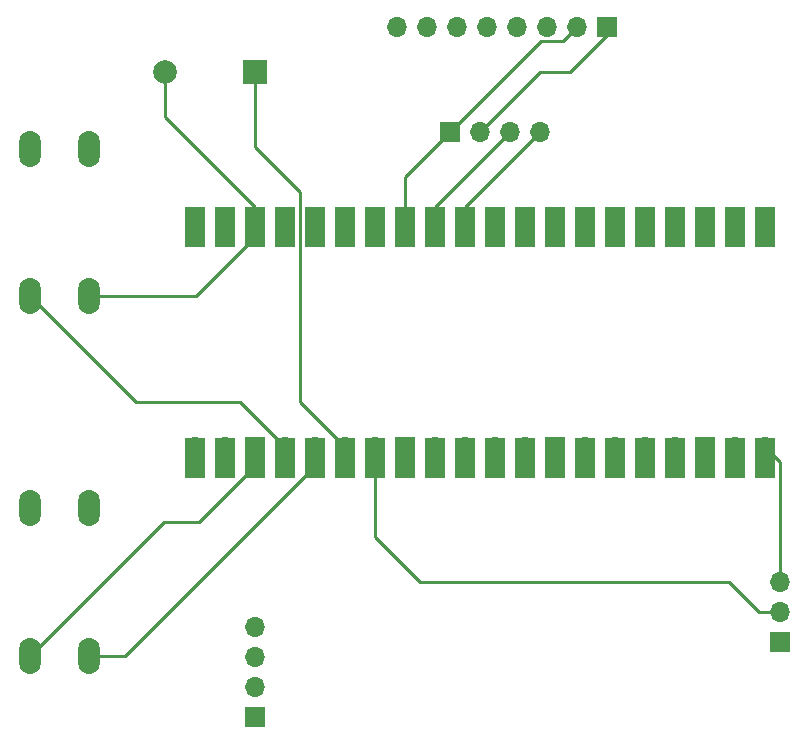
<source format=gbr>
%TF.GenerationSoftware,KiCad,Pcbnew,(6.0.11)*%
%TF.CreationDate,2024-03-14T23:03:51+01:00*%
%TF.ProjectId,circuit,63697263-7569-4742-9e6b-696361645f70,rev?*%
%TF.SameCoordinates,Original*%
%TF.FileFunction,Copper,L1,Top*%
%TF.FilePolarity,Positive*%
%FSLAX46Y46*%
G04 Gerber Fmt 4.6, Leading zero omitted, Abs format (unit mm)*
G04 Created by KiCad (PCBNEW (6.0.11)) date 2024-03-14 23:03:51*
%MOMM*%
%LPD*%
G01*
G04 APERTURE LIST*
%TA.AperFunction,ComponentPad*%
%ADD10R,2.000000X2.000000*%
%TD*%
%TA.AperFunction,ComponentPad*%
%ADD11C,2.000000*%
%TD*%
%TA.AperFunction,ComponentPad*%
%ADD12O,1.850000X3.048000*%
%TD*%
%TA.AperFunction,ComponentPad*%
%ADD13O,1.700000X1.700000*%
%TD*%
%TA.AperFunction,SMDPad,CuDef*%
%ADD14R,1.700000X3.500000*%
%TD*%
%TA.AperFunction,ComponentPad*%
%ADD15R,1.700000X1.700000*%
%TD*%
%TA.AperFunction,Conductor*%
%ADD16C,0.250000*%
%TD*%
G04 APERTURE END LIST*
D10*
%TO.P,J6,1,Pin_1*%
%TO.N,BUZZ*%
X100320000Y-55880000D03*
D11*
%TO.P,J6,2,Pin_2*%
%TO.N,GND*%
X92720000Y-55880000D03*
%TD*%
D12*
%TO.P,J5,1,Pin_1*%
%TO.N,GND*%
X86320000Y-74840000D03*
X86320000Y-62340000D03*
%TO.P,J5,2,Pin_2*%
%TO.N,BUT1*%
X81320000Y-62340000D03*
X81320000Y-74840000D03*
%TD*%
D13*
%TO.P,U0,1,GPIO0*%
%TO.N,unconnected-(U0-Pad1)*%
X143510000Y-69850000D03*
D14*
X143510000Y-68950000D03*
%TO.P,U0,2,GPIO1*%
%TO.N,unconnected-(U0-Pad2)*%
X140970000Y-68950000D03*
D13*
X140970000Y-69850000D03*
D15*
%TO.P,U0,3,GND*%
%TO.N,GND*%
X138430000Y-69850000D03*
D14*
X138430000Y-68950000D03*
%TO.P,U0,4,GPIO2*%
%TO.N,unconnected-(U0-Pad4)*%
X135890000Y-68950000D03*
D13*
X135890000Y-69850000D03*
D14*
%TO.P,U0,5,GPIO3*%
%TO.N,unconnected-(U0-Pad5)*%
X133350000Y-68950000D03*
D13*
X133350000Y-69850000D03*
D14*
%TO.P,U0,6,GPIO4*%
%TO.N,TX*%
X130810000Y-68950000D03*
D13*
X130810000Y-69850000D03*
%TO.P,U0,7,GPIO5*%
%TO.N,RX*%
X128270000Y-69850000D03*
D14*
X128270000Y-68950000D03*
D15*
%TO.P,U0,8,GND*%
%TO.N,GND*%
X125730000Y-69850000D03*
D14*
X125730000Y-68950000D03*
D13*
%TO.P,U0,9,GPIO6*%
%TO.N,unconnected-(U0-Pad9)*%
X123190000Y-69850000D03*
D14*
X123190000Y-68950000D03*
%TO.P,U0,10,GPIO7*%
%TO.N,unconnected-(U0-Pad10)*%
X120650000Y-68950000D03*
D13*
X120650000Y-69850000D03*
D14*
%TO.P,U0,11,GPIO8*%
%TO.N,SDA_DIS*%
X118110000Y-68950000D03*
D13*
X118110000Y-69850000D03*
%TO.P,U0,12,GPIO9*%
%TO.N,SCL_DIS*%
X115570000Y-69850000D03*
D14*
X115570000Y-68950000D03*
D15*
%TO.P,U0,13,GND*%
%TO.N,GND*%
X113030000Y-69850000D03*
D14*
X113030000Y-68950000D03*
D13*
%TO.P,U0,14,GPIO10*%
%TO.N,unconnected-(U0-Pad14)*%
X110490000Y-69850000D03*
D14*
X110490000Y-68950000D03*
D13*
%TO.P,U0,15,GPIO11*%
%TO.N,unconnected-(U0-Pad15)*%
X107950000Y-69850000D03*
D14*
X107950000Y-68950000D03*
%TO.P,U0,16,GPIO12*%
%TO.N,unconnected-(U0-Pad16)*%
X105410000Y-68950000D03*
D13*
X105410000Y-69850000D03*
%TO.P,U0,17,GPIO13*%
%TO.N,unconnected-(U0-Pad17)*%
X102870000Y-69850000D03*
D14*
X102870000Y-68950000D03*
%TO.P,U0,18,GND*%
%TO.N,GND*%
X100330000Y-68950000D03*
D15*
X100330000Y-69850000D03*
D14*
%TO.P,U0,19,GPIO14*%
%TO.N,SDA_ACC*%
X97790000Y-68950000D03*
D13*
X97790000Y-69850000D03*
D14*
%TO.P,U0,20,GPIO15*%
%TO.N,SCL_ACC*%
X95250000Y-68950000D03*
D13*
X95250000Y-69850000D03*
D14*
%TO.P,U0,21,GPIO16*%
%TO.N,unconnected-(U0-Pad21)*%
X95250000Y-88530000D03*
D13*
X95250000Y-87630000D03*
%TO.P,U0,22,GPIO17*%
%TO.N,unconnected-(U0-Pad22)*%
X97790000Y-87630000D03*
D14*
X97790000Y-88530000D03*
%TO.P,U0,23,GND*%
%TO.N,GND*%
X100330000Y-88530000D03*
D15*
X100330000Y-87630000D03*
D13*
%TO.P,U0,24,GPIO18*%
%TO.N,BUT1*%
X102870000Y-87630000D03*
D14*
X102870000Y-88530000D03*
%TO.P,U0,25,GPIO19*%
%TO.N,BUT2*%
X105410000Y-88530000D03*
D13*
X105410000Y-87630000D03*
%TO.P,U0,26,GPIO20*%
%TO.N,BUZZ*%
X107950000Y-87630000D03*
D14*
X107950000Y-88530000D03*
%TO.P,U0,27,GPIO21*%
%TO.N,LED*%
X110490000Y-88530000D03*
D13*
X110490000Y-87630000D03*
D14*
%TO.P,U0,28,GND*%
%TO.N,GND*%
X113030000Y-88530000D03*
D15*
X113030000Y-87630000D03*
D13*
%TO.P,U0,29,GPIO22*%
%TO.N,unconnected-(U0-Pad29)*%
X115570000Y-87630000D03*
D14*
X115570000Y-88530000D03*
%TO.P,U0,30,RUN*%
%TO.N,unconnected-(U0-Pad30)*%
X118110000Y-88530000D03*
D13*
X118110000Y-87630000D03*
%TO.P,U0,31,GPIO26_ADC0*%
%TO.N,unconnected-(U0-Pad31)*%
X120650000Y-87630000D03*
D14*
X120650000Y-88530000D03*
D13*
%TO.P,U0,32,GPIO27_ADC1*%
%TO.N,unconnected-(U0-Pad32)*%
X123190000Y-87630000D03*
D14*
X123190000Y-88530000D03*
%TO.P,U0,33,AGND*%
%TO.N,unconnected-(U0-Pad33)*%
X125730000Y-88530000D03*
D15*
X125730000Y-87630000D03*
D13*
%TO.P,U0,34,GPIO28_ADC2*%
%TO.N,unconnected-(U0-Pad34)*%
X128270000Y-87630000D03*
D14*
X128270000Y-88530000D03*
D13*
%TO.P,U0,35,ADC_VREF*%
%TO.N,unconnected-(U0-Pad35)*%
X130810000Y-87630000D03*
D14*
X130810000Y-88530000D03*
%TO.P,U0,36,3V3*%
%TO.N,3.3V*%
X133350000Y-88530000D03*
D13*
X133350000Y-87630000D03*
%TO.P,U0,37,3V3_EN*%
%TO.N,unconnected-(U0-Pad37)*%
X135890000Y-87630000D03*
D14*
X135890000Y-88530000D03*
D15*
%TO.P,U0,38,GND*%
%TO.N,GND*%
X138430000Y-87630000D03*
D14*
X138430000Y-88530000D03*
%TO.P,U0,39,VSYS*%
%TO.N,unconnected-(U0-Pad39)*%
X140970000Y-88530000D03*
D13*
X140970000Y-87630000D03*
D14*
%TO.P,U0,40,VBUS*%
%TO.N,5V*%
X143510000Y-88530000D03*
D13*
X143510000Y-87630000D03*
%TD*%
D12*
%TO.P,J4,1,Pin_1*%
%TO.N,GND*%
X81320000Y-92800000D03*
X81320000Y-105300000D03*
%TO.P,J4,2,Pin_2*%
%TO.N,BUT2*%
X86320000Y-105300000D03*
X86320000Y-92800000D03*
%TD*%
D15*
%TO.P,J3,1,Pin_1*%
%TO.N,GND*%
X144780000Y-104140000D03*
D13*
%TO.P,J3,2,Pin_2*%
%TO.N,LED*%
X144780000Y-101600000D03*
%TO.P,J3,3,Pin_3*%
%TO.N,5V*%
X144780000Y-99060000D03*
%TD*%
D15*
%TO.P,J0,1,Pin_1*%
%TO.N,GND*%
X116840000Y-60960000D03*
D13*
%TO.P,J0,2,Pin_2*%
%TO.N,5V*%
X119380000Y-60960000D03*
%TO.P,J0,3,Pin_3*%
%TO.N,SCL_DIS*%
X121920000Y-60960000D03*
%TO.P,J0,4,Pin_4*%
%TO.N,SDA_DIS*%
X124460000Y-60960000D03*
%TD*%
D15*
%TO.P,J2,1,Pin_1*%
%TO.N,5V*%
X130130000Y-52087500D03*
D13*
%TO.P,J2,2,Pin_2*%
%TO.N,GND*%
X127590000Y-52087500D03*
%TO.P,J2,3,Pin_3*%
%TO.N,SCL_ACC*%
X125050000Y-52087500D03*
%TO.P,J2,4,Pin_4*%
%TO.N,SDA_ACC*%
X122510000Y-52087500D03*
%TO.P,J2,5*%
%TO.N,N/C*%
X119970000Y-52087500D03*
%TO.P,J2,6*%
X117430000Y-52087500D03*
%TO.P,J2,7*%
X114890000Y-52087500D03*
%TO.P,J2,8*%
X112350000Y-52087500D03*
%TD*%
D15*
%TO.P,J1,1,Pin_1*%
%TO.N,GND*%
X100330000Y-110490000D03*
D13*
%TO.P,J1,2,Pin_2*%
%TO.N,TX*%
X100330000Y-107950000D03*
%TO.P,J1,3,Pin_3*%
%TO.N,RX*%
X100330000Y-105410000D03*
%TO.P,J1,4,Pin_4*%
%TO.N,3.3V*%
X100330000Y-102870000D03*
%TD*%
D16*
%TO.N,GND*%
X100330000Y-67310000D02*
X100330000Y-69850000D01*
X92720000Y-59700000D02*
X100330000Y-67310000D01*
X92720000Y-55880000D02*
X92720000Y-59700000D01*
X116840000Y-60960000D02*
X124537500Y-53262500D01*
X100330000Y-87630000D02*
X100330000Y-89240000D01*
X86320000Y-74840000D02*
X95340000Y-74840000D01*
X116840000Y-60960000D02*
X113030000Y-64770000D01*
X87720000Y-74840000D02*
X86320000Y-74840000D01*
X95340000Y-74840000D02*
X100330000Y-69850000D01*
X113030000Y-64770000D02*
X113030000Y-69850000D01*
X92640000Y-93980000D02*
X95590000Y-93980000D01*
X81320000Y-105300000D02*
X92640000Y-93980000D01*
X124537500Y-53262500D02*
X126415000Y-53262500D01*
X126415000Y-53262500D02*
X127590000Y-52087500D01*
X100330000Y-89240000D02*
X95590000Y-93980000D01*
%TO.N,5V*%
X144780000Y-88900000D02*
X143510000Y-87630000D01*
X144780000Y-99060000D02*
X144780000Y-88900000D01*
X130130000Y-52750000D02*
X130130000Y-52087500D01*
X119380000Y-60960000D02*
X124460000Y-55880000D01*
X129442500Y-52087500D02*
X130130000Y-52087500D01*
X127000000Y-55880000D02*
X130130000Y-52750000D01*
X124460000Y-55880000D02*
X127000000Y-55880000D01*
%TO.N,SCL_DIS*%
X115570000Y-67310000D02*
X115570000Y-69850000D01*
X121920000Y-60960000D02*
X115570000Y-67310000D01*
%TO.N,SDA_DIS*%
X118110000Y-67310000D02*
X118110000Y-69850000D01*
X124460000Y-60960000D02*
X118110000Y-67310000D01*
%TO.N,LED*%
X143055000Y-101600000D02*
X140515000Y-99060000D01*
X144780000Y-101600000D02*
X143055000Y-101600000D01*
X140515000Y-99060000D02*
X114300000Y-99060000D01*
X110490000Y-95250000D02*
X110490000Y-87630000D01*
X114300000Y-99060000D02*
X110490000Y-95250000D01*
%TO.N,BUT2*%
X105410000Y-89240000D02*
X89350000Y-105300000D01*
X89350000Y-105300000D02*
X86320000Y-105300000D01*
X105410000Y-87630000D02*
X105410000Y-89240000D01*
%TO.N,BUT1*%
X99060000Y-83820000D02*
X102870000Y-87630000D01*
X90300000Y-83820000D02*
X99060000Y-83820000D01*
X81320000Y-74840000D02*
X90300000Y-83820000D01*
%TO.N,BUZZ*%
X104140000Y-83820000D02*
X107950000Y-87630000D01*
X100320000Y-62220000D02*
X104140000Y-66040000D01*
X100320000Y-55880000D02*
X100320000Y-62220000D01*
X104140000Y-66040000D02*
X104140000Y-83820000D01*
%TD*%
M02*

</source>
